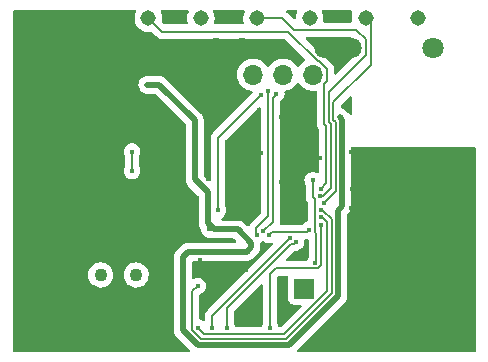
<source format=gbr>
%TF.GenerationSoftware,KiCad,Pcbnew,6.0.4-6f826c9f35~116~ubuntu18.04.1*%
%TF.CreationDate,2022-08-05T10:58:23+02:00*%
%TF.ProjectId,test,74657374-2e6b-4696-9361-645f70636258,rev?*%
%TF.SameCoordinates,Original*%
%TF.FileFunction,Copper,L2,Bot*%
%TF.FilePolarity,Positive*%
%FSLAX46Y46*%
G04 Gerber Fmt 4.6, Leading zero omitted, Abs format (unit mm)*
G04 Created by KiCad (PCBNEW 6.0.4-6f826c9f35~116~ubuntu18.04.1) date 2022-08-05 10:58:23*
%MOMM*%
%LPD*%
G01*
G04 APERTURE LIST*
%TA.AperFunction,ComponentPad*%
%ADD10C,0.400000*%
%TD*%
%TA.AperFunction,ComponentPad*%
%ADD11R,1.700000X1.700000*%
%TD*%
%TA.AperFunction,ComponentPad*%
%ADD12O,1.700000X1.700000*%
%TD*%
%TA.AperFunction,ComponentPad*%
%ADD13C,1.800000*%
%TD*%
%TA.AperFunction,ComponentPad*%
%ADD14C,1.308000*%
%TD*%
%TA.AperFunction,ComponentPad*%
%ADD15C,1.100000*%
%TD*%
%TA.AperFunction,ComponentPad*%
%ADD16C,2.850000*%
%TD*%
%TA.AperFunction,ViaPad*%
%ADD17C,0.400000*%
%TD*%
%TA.AperFunction,Conductor*%
%ADD18C,0.500000*%
%TD*%
%TA.AperFunction,Conductor*%
%ADD19C,0.200000*%
%TD*%
%TA.AperFunction,Conductor*%
%ADD20C,0.250000*%
%TD*%
G04 APERTURE END LIST*
D10*
%TO.P,,2*%
%TO.N,3V3*%
X130150000Y-97000000D03*
%TD*%
D11*
%TO.P,FIXATION_ECRAN1,1,1*%
%TO.N,GND*%
X131300000Y-83900000D03*
D12*
%TO.P,FIXATION_ECRAN1,2,2*%
%TO.N,Net-(FIXATION_ECRAN1-Pad2)*%
X133840000Y-83900000D03*
%TO.P,FIXATION_ECRAN1,3,3*%
%TO.N,Net-(FIXATION_ECRAN1-Pad3)*%
X136380000Y-83900000D03*
%TO.P,FIXATION_ECRAN1,4,4*%
%TO.N,Net-(FIXATION_ECRAN1-Pad4)*%
X138920000Y-83900000D03*
%TD*%
D10*
%TO.P,,1*%
%TO.N,GND*%
X120200000Y-94250000D03*
%TD*%
%TO.P,,1*%
%TO.N,GND*%
X130050000Y-92700000D03*
%TD*%
%TO.P,,1*%
%TO.N,GND*%
X132400000Y-95700000D03*
%TD*%
%TO.P,,1*%
%TO.N,GND*%
X121050000Y-95300000D03*
%TD*%
%TO.P,,1*%
%TO.N,GND*%
X124600000Y-89250000D03*
%TD*%
%TO.P,,1*%
%TO.N,GND*%
X122700000Y-91300000D03*
%TD*%
%TO.P,,1*%
%TO.N,GND*%
X134350000Y-86850000D03*
%TD*%
%TO.P,,1*%
%TO.N,GND*%
X133250000Y-100400000D03*
%TD*%
%TO.P,,1*%
%TO.N,GND*%
X142600000Y-92900000D03*
%TD*%
%TO.P,,1*%
%TO.N,GND*%
X137650000Y-90400000D03*
%TD*%
%TO.P,,1*%
%TO.N,GND*%
X144350000Y-97600000D03*
%TD*%
%TO.P,,1*%
%TO.N,GND*%
X144200000Y-91350000D03*
%TD*%
%TO.P,,1*%
%TO.N,GND*%
X136243811Y-92969054D03*
%TD*%
D13*
%TO.P,BUTTON3,GND1*%
%TO.N,GND*%
X130700000Y-81650000D03*
%TO.P,BUTTON3,GND2*%
X123715000Y-81650000D03*
D14*
%TO.P,BUTTON3,P$1*%
%TO.N,3V3*%
X129430000Y-79110000D03*
%TO.P,BUTTON3,P$2*%
%TO.N,PA9*%
X124985000Y-79110000D03*
%TD*%
D10*
%TO.P,,1*%
%TO.N,GND*%
X142300000Y-99050000D03*
%TD*%
%TO.P,,1*%
%TO.N,GND*%
X129350000Y-99550000D03*
%TD*%
%TO.P,,1*%
%TO.N,GND*%
X142150000Y-90450000D03*
%TD*%
%TO.P,,1*%
%TO.N,GND*%
X132350000Y-90450000D03*
%TD*%
%TO.P,,1*%
%TO.N,GND*%
X132400000Y-92850000D03*
%TD*%
%TO.P,,1*%
%TO.N,GND*%
X136500000Y-101900000D03*
%TD*%
%TO.P,,1*%
%TO.N,GND*%
X125550000Y-92800000D03*
%TD*%
%TO.P,,1*%
%TO.N,GND*%
X142100000Y-95200000D03*
%TD*%
%TO.P,,1*%
%TO.N,GND*%
X139550000Y-90950000D03*
%TD*%
%TO.P,,1*%
%TO.N,GND*%
X130300000Y-101900000D03*
%TD*%
D13*
%TO.P,BUTTON2,GND1*%
%TO.N,GND*%
X139900000Y-81650000D03*
%TO.P,BUTTON2,GND2*%
X132915000Y-81650000D03*
D14*
%TO.P,BUTTON2,P$1*%
%TO.N,3V3*%
X138630000Y-79110000D03*
%TO.P,BUTTON2,P$2*%
%TO.N,PA8*%
X134185000Y-79110000D03*
%TD*%
D10*
%TO.P,,1*%
%TO.N,GND*%
X134150000Y-88250000D03*
%TD*%
D13*
%TO.P,BUTTON1,GND1*%
%TO.N,N/C*%
X149100000Y-81650000D03*
%TO.P,BUTTON1,GND2*%
%TO.N,GND*%
X142115000Y-81650000D03*
D14*
%TO.P,BUTTON1,P$1*%
%TO.N,3V3*%
X147830000Y-79110000D03*
%TO.P,BUTTON1,P$2*%
%TO.N,PA7*%
X143385000Y-79110000D03*
%TD*%
D10*
%TO.P,,1*%
%TO.N,GND*%
X138900000Y-88300000D03*
%TD*%
%TO.P,,1*%
%TO.N,GND*%
X125100000Y-95350000D03*
%TD*%
%TO.P,,3*%
%TO.N,3V3*%
X129000000Y-91850000D03*
%TD*%
%TO.P,,1*%
%TO.N,GND*%
X123000000Y-89450000D03*
%TD*%
D15*
%TO.P,SW2,0*%
%TO.N,N/C*%
X123950000Y-100852601D03*
X120950001Y-100852601D03*
%TD*%
D10*
%TO.P,,1*%
%TO.N,3V3*%
X130150000Y-96000000D03*
%TD*%
%TO.P,,1*%
%TO.N,GND*%
X128650000Y-96800000D03*
%TD*%
%TO.P,,4*%
%TO.N,3V3*%
X141200000Y-87500000D03*
%TD*%
%TO.P,,1*%
%TO.N,GND*%
X144200000Y-92350000D03*
%TD*%
%TO.P,,1*%
%TO.N,GND*%
X145050000Y-93750000D03*
%TD*%
%TO.P,,1*%
%TO.N,GND*%
X137600000Y-95700000D03*
%TD*%
%TO.P,,1*%
%TO.N,GND*%
X134500000Y-90550000D03*
%TD*%
%TO.P,,1*%
%TO.N,GND*%
X142200000Y-93600000D03*
%TD*%
%TO.P,,1*%
%TO.N,GND*%
X136300000Y-90450000D03*
%TD*%
%TO.P,,1*%
%TO.N,GND*%
X150400000Y-99100000D03*
%TD*%
%TO.P,,1*%
%TO.N,GND*%
X136200000Y-87500000D03*
%TD*%
%TO.P,,1*%
%TO.N,GND*%
X134300000Y-92900000D03*
%TD*%
D16*
%TO.P,USB1,SHELL,SHIELD*%
%TO.N,GND*%
X115200000Y-90550000D03*
%TO.P,USB1,SHELL1,SHIELD*%
X115200000Y-95050000D03*
%TD*%
D10*
%TO.P,,1*%
%TO.N,GND*%
X132000000Y-100600000D03*
%TD*%
%TO.P,,1*%
%TO.N,GND*%
X128650000Y-96000000D03*
%TD*%
D11*
%TO.P,CONNECTEUR_NRST1,1,Pin_1*%
%TO.N,NRST*%
X138150000Y-102000000D03*
%TD*%
D10*
%TO.P,,1*%
%TO.N,GND*%
X128000000Y-91600000D03*
%TD*%
%TO.P,,1*%
%TO.N,GND*%
X138850000Y-91350000D03*
%TD*%
%TO.P,,1*%
%TO.N,GND*%
X137600000Y-86850000D03*
%TD*%
%TO.P,,1*%
%TO.N,GND*%
X137450000Y-93100000D03*
%TD*%
%TO.P,,1*%
%TO.N,GND*%
X134900000Y-98400000D03*
%TD*%
%TO.P,,1*%
%TO.N,GND*%
X123450000Y-97250000D03*
%TD*%
%TO.P,,1*%
%TO.N,GND*%
X131100000Y-86800000D03*
%TD*%
%TO.P,,1*%
%TO.N,GND*%
X148050000Y-93000000D03*
%TD*%
%TO.P,,1*%
%TO.N,GND*%
X126350000Y-86650000D03*
%TD*%
D17*
%TO.N,3V3*%
X133700000Y-98150000D03*
X124900000Y-84750000D03*
X127900000Y-99350000D03*
X128900000Y-92767500D03*
X141050000Y-95400000D03*
%TO.N,Net-(FIXATION_ECRAN1-Pad2)*%
X130876014Y-95379292D03*
X134500000Y-85600000D03*
%TO.N,Net-(FIXATION_ECRAN1-Pad3)*%
X134160298Y-97455658D03*
X135100000Y-85300000D03*
%TO.N,Net-(FIXATION_ECRAN1-Pad4)*%
X135800000Y-85500000D03*
X134686113Y-97160891D03*
%TO.N,Net-(C12-Pad1)*%
X135211298Y-97450000D03*
X138570000Y-97030000D03*
%TO.N,PA1*%
X130400000Y-105337500D03*
X137000000Y-97700000D03*
%TO.N,PA2*%
X137450500Y-98100000D03*
X131600000Y-105337500D03*
%TO.N,PA4*%
X135300000Y-105337500D03*
X139605918Y-96599473D03*
%TO.N,PA5*%
X129200000Y-105337500D03*
X139604924Y-95911527D03*
%TO.N,PA6*%
X139604924Y-95312024D03*
X129150000Y-101800000D03*
%TO.N,PA7*%
X139834246Y-94758118D03*
%TO.N,PA8*%
X139554540Y-94163937D03*
%TO.N,PA9*%
X139562625Y-93534767D03*
%TO.N,PB2*%
X139100000Y-99800011D03*
X138900000Y-92851099D03*
%TO.N,/USB_P*%
X123600000Y-92050000D03*
X123600000Y-90400000D03*
%TD*%
D18*
%TO.N,3V3*%
X128900000Y-92767500D02*
X130000000Y-93867500D01*
X130550000Y-97000000D02*
X132550000Y-97000000D01*
X127900000Y-99350000D02*
X128349511Y-98900489D01*
X133700000Y-98500000D02*
X133700000Y-98150000D01*
X141398560Y-95051440D02*
X141398560Y-87698560D01*
X141054468Y-95404468D02*
X141054468Y-102637676D01*
X130000000Y-96450000D02*
X130550000Y-97000000D01*
X141054468Y-102637676D02*
X136893104Y-106799040D01*
X127900000Y-105527138D02*
X127900000Y-99350000D01*
X124900000Y-84750000D02*
X125900000Y-84750000D01*
X136893104Y-106799040D02*
X129171902Y-106799040D01*
X141050000Y-95400000D02*
X141398560Y-95051440D01*
X130000000Y-93867500D02*
X130000000Y-96450000D01*
X128900000Y-87750000D02*
X128900000Y-92767500D01*
X141398560Y-87698560D02*
X141200000Y-87500000D01*
X132550000Y-97000000D02*
X133700000Y-98150000D01*
X133299511Y-98900489D02*
X133700000Y-98500000D01*
X129171902Y-106799040D02*
X127900000Y-105527138D01*
X128349511Y-98900489D02*
X133299511Y-98900489D01*
X141050000Y-95400000D02*
X141054468Y-95404468D01*
X125900000Y-84750000D02*
X128900000Y-87750000D01*
D19*
%TO.N,Net-(FIXATION_ECRAN1-Pad2)*%
X130876014Y-89223986D02*
X130876014Y-95379292D01*
X134500000Y-85600000D02*
X130876014Y-89223986D01*
%TO.N,Net-(FIXATION_ECRAN1-Pad3)*%
X135100000Y-85300000D02*
X135100000Y-95894728D01*
X135100000Y-95894728D02*
X134100000Y-96894728D01*
X134100000Y-97395360D02*
X134160298Y-97455658D01*
X134100000Y-96894728D02*
X134100000Y-97395360D01*
%TO.N,Net-(FIXATION_ECRAN1-Pad4)*%
X135499519Y-85900481D02*
X135499519Y-96347485D01*
X135499519Y-96347485D02*
X134686113Y-97160891D01*
X135800000Y-85600000D02*
X135499519Y-85900481D01*
X135800000Y-85500000D02*
X135800000Y-85600000D01*
%TO.N,Net-(C12-Pad1)*%
X135461298Y-97200000D02*
X138400000Y-97200000D01*
X135211298Y-97450000D02*
X135461298Y-97200000D01*
X138400000Y-97200000D02*
X138570000Y-97030000D01*
%TO.N,PA1*%
X137000000Y-97700000D02*
X130400000Y-104300000D01*
X130400000Y-104300000D02*
X130400000Y-105337500D01*
%TO.N,PA2*%
X137350989Y-98199511D02*
X137450500Y-98100000D01*
X131600000Y-103665006D02*
X137065495Y-98199511D01*
X131600000Y-105337500D02*
X131600000Y-103665006D01*
X137065495Y-98199511D02*
X137350989Y-98199511D01*
%TO.N,PA4*%
X135300000Y-105337500D02*
X135300000Y-100750000D01*
X135750489Y-100299511D02*
X139306916Y-100299511D01*
X135300000Y-100750000D02*
X135750489Y-100299511D01*
X139605918Y-100000509D02*
X139605918Y-96599473D01*
X139306916Y-100299511D02*
X139605918Y-100000509D01*
%TO.N,PA5*%
X136500000Y-105850000D02*
X140105429Y-102244571D01*
X140105429Y-102244571D02*
X140105429Y-96356521D01*
D20*
X139660435Y-95911527D02*
X139604924Y-95911527D01*
D19*
X129200000Y-105337500D02*
X129712500Y-105850000D01*
X140105429Y-96356521D02*
X139660435Y-95911527D01*
X129712500Y-105850000D02*
X136500000Y-105850000D01*
%TO.N,PA6*%
X140504949Y-96104949D02*
X139712024Y-95312024D01*
X128700489Y-102249511D02*
X128700489Y-105550489D01*
X129150000Y-101800000D02*
X128700489Y-102249511D01*
X136665486Y-106249520D02*
X140504948Y-102410058D01*
X128700489Y-105550489D02*
X129399520Y-106249520D01*
X140504948Y-102410058D02*
X140504949Y-96104949D01*
X139712024Y-95312024D02*
X139604924Y-95312024D01*
X129399520Y-106249520D02*
X136665486Y-106249520D01*
%TO.N,PA7*%
X140650481Y-86249519D02*
X143800000Y-83100000D01*
X139834246Y-94758118D02*
X140849040Y-93743324D01*
X140849040Y-93743324D02*
X140849040Y-87926178D01*
X143800000Y-79525000D02*
X143370000Y-79095000D01*
X143800000Y-83100000D02*
X143800000Y-79525000D01*
X140650481Y-87727619D02*
X140650481Y-86249519D01*
X140849040Y-87926178D02*
X140650481Y-87727619D01*
%TO.N,PA8*%
X143400000Y-82200000D02*
X143400000Y-80903634D01*
X139736063Y-94163937D02*
X140449520Y-93450480D01*
X140250961Y-87893105D02*
X140250961Y-85349039D01*
X140449520Y-93450480D02*
X140449520Y-88091664D01*
X140250961Y-85349039D02*
X143400000Y-82200000D01*
X139554540Y-94163937D02*
X139736063Y-94163937D01*
X143400000Y-80903634D02*
X142596855Y-80100489D01*
X136320661Y-79110000D02*
X134185000Y-79110000D01*
X142596855Y-80100489D02*
X137311150Y-80100489D01*
X137311150Y-80100489D02*
X136320661Y-79110000D01*
X140449520Y-88091664D02*
X140250961Y-87893105D01*
%TO.N,PA9*%
X139562625Y-93534767D02*
X140050000Y-93047392D01*
X139851442Y-84679918D02*
X140069511Y-84461849D01*
X136803634Y-80250000D02*
X126125000Y-80250000D01*
X140050000Y-88257150D02*
X139851442Y-88058592D01*
X126125000Y-80250000D02*
X124985000Y-79110000D01*
X140069511Y-84461849D02*
X140069511Y-83423856D01*
X139396144Y-82750489D02*
X139304123Y-82750489D01*
X139304123Y-82750489D02*
X136803634Y-80250000D01*
X140069511Y-83423856D02*
X139396144Y-82750489D01*
X139851442Y-88058592D02*
X139851442Y-84679918D01*
X140050000Y-93047392D02*
X140050000Y-88257150D01*
%TO.N,PB2*%
X139100000Y-99800011D02*
X139206398Y-99693613D01*
X139206398Y-97373792D02*
X139069511Y-97236905D01*
X139069511Y-94385324D02*
X138900000Y-94215813D01*
X138900000Y-94215813D02*
X138900000Y-92851099D01*
X139206398Y-99693613D02*
X139206398Y-97373792D01*
X139069511Y-97236905D02*
X139069511Y-94385324D01*
%TO.N,/USB_P*%
X123600000Y-90400000D02*
X123600000Y-92050000D01*
%TD*%
%TA.AperFunction,Conductor*%
%TO.N,GND*%
G36*
X152633598Y-90020075D02*
G01*
X152680102Y-90073721D01*
X152691500Y-90126088D01*
X152691500Y-107265500D01*
X152671498Y-107333621D01*
X152617842Y-107380114D01*
X152565500Y-107391500D01*
X137677515Y-107391500D01*
X137609394Y-107371498D01*
X137562901Y-107317842D01*
X137552797Y-107247568D01*
X137582291Y-107182988D01*
X137588420Y-107176405D01*
X141543379Y-103221446D01*
X141557791Y-103209060D01*
X141569386Y-103200527D01*
X141569391Y-103200522D01*
X141575286Y-103196184D01*
X141580025Y-103190606D01*
X141580028Y-103190603D01*
X141609503Y-103155908D01*
X141616433Y-103148392D01*
X141622128Y-103142697D01*
X141639749Y-103120425D01*
X141642540Y-103117021D01*
X141685059Y-103066973D01*
X141685060Y-103066971D01*
X141689801Y-103061391D01*
X141693129Y-103054875D01*
X141696496Y-103049826D01*
X141699663Y-103044697D01*
X141704202Y-103038960D01*
X141735123Y-102972801D01*
X141737029Y-102968901D01*
X141745424Y-102952460D01*
X141770237Y-102903868D01*
X141771976Y-102896760D01*
X141774075Y-102891117D01*
X141775992Y-102885354D01*
X141779090Y-102878726D01*
X141793955Y-102807259D01*
X141794925Y-102802975D01*
X141810941Y-102737521D01*
X141812276Y-102732066D01*
X141812968Y-102720912D01*
X141813004Y-102720914D01*
X141813243Y-102716921D01*
X141813617Y-102712729D01*
X141815108Y-102705561D01*
X141813014Y-102628155D01*
X141812968Y-102624748D01*
X141812968Y-95761903D01*
X141832970Y-95693782D01*
X141849873Y-95672808D01*
X141887471Y-95635210D01*
X141901883Y-95622824D01*
X141913478Y-95614291D01*
X141913483Y-95614286D01*
X141919378Y-95609948D01*
X141924117Y-95604370D01*
X141924120Y-95604367D01*
X141953595Y-95569672D01*
X141960525Y-95562156D01*
X141966220Y-95556461D01*
X141983841Y-95534189D01*
X141986632Y-95530785D01*
X142029151Y-95480737D01*
X142029152Y-95480735D01*
X142033893Y-95475155D01*
X142037221Y-95468639D01*
X142040588Y-95463590D01*
X142043755Y-95458461D01*
X142048294Y-95452724D01*
X142079215Y-95386565D01*
X142081121Y-95382665D01*
X142084940Y-95375186D01*
X142114329Y-95317632D01*
X142116068Y-95310524D01*
X142118167Y-95304881D01*
X142120084Y-95299118D01*
X142123182Y-95292490D01*
X142138047Y-95221023D01*
X142139017Y-95216739D01*
X142139053Y-95216591D01*
X142156368Y-95145830D01*
X142157060Y-95134676D01*
X142157096Y-95134678D01*
X142157335Y-95130685D01*
X142157709Y-95126493D01*
X142159200Y-95119325D01*
X142157106Y-95041919D01*
X142157060Y-95038512D01*
X142157060Y-90128296D01*
X142177062Y-90060175D01*
X142230718Y-90013682D01*
X142283033Y-90002296D01*
X152565473Y-90000088D01*
X152633598Y-90020075D01*
G37*
%TD.AperFunction*%
%TA.AperFunction,Conductor*%
G36*
X123899861Y-78428502D02*
G01*
X123946354Y-78482158D01*
X123956458Y-78552432D01*
X123943248Y-78593167D01*
X123906389Y-78663225D01*
X123904675Y-78668746D01*
X123904673Y-78668750D01*
X123890696Y-78713766D01*
X123843032Y-78867267D01*
X123817920Y-79079439D01*
X123831894Y-79292634D01*
X123884485Y-79499713D01*
X123973933Y-79693740D01*
X124097241Y-79868218D01*
X124250281Y-80017302D01*
X124427927Y-80136001D01*
X124433230Y-80138279D01*
X124433233Y-80138281D01*
X124522298Y-80176546D01*
X124624229Y-80220339D01*
X124711630Y-80240116D01*
X124826977Y-80266217D01*
X124826980Y-80266217D01*
X124832613Y-80267492D01*
X124838384Y-80267719D01*
X124838386Y-80267719D01*
X124903363Y-80270272D01*
X125046101Y-80275880D01*
X125196893Y-80254016D01*
X125267179Y-80264036D01*
X125304068Y-80289617D01*
X125660685Y-80646234D01*
X125671552Y-80658625D01*
X125691013Y-80683987D01*
X125722925Y-80708474D01*
X125722928Y-80708477D01*
X125770243Y-80744783D01*
X125818125Y-80781524D01*
X125966150Y-80842838D01*
X126085115Y-80858500D01*
X126085120Y-80858500D01*
X126085129Y-80858501D01*
X126093310Y-80859578D01*
X126109976Y-80861772D01*
X126116812Y-80862672D01*
X126125000Y-80863750D01*
X126156693Y-80859578D01*
X126173136Y-80858500D01*
X136499395Y-80858500D01*
X136567516Y-80878502D01*
X136588490Y-80895405D01*
X138233869Y-82540784D01*
X138267895Y-82603096D01*
X138262830Y-82673911D01*
X138220283Y-82730747D01*
X138202957Y-82741640D01*
X138193607Y-82746507D01*
X138189474Y-82749610D01*
X138189471Y-82749612D01*
X138019100Y-82877530D01*
X138014965Y-82880635D01*
X138011393Y-82884373D01*
X137880083Y-83021781D01*
X137860629Y-83042138D01*
X137753201Y-83199621D01*
X137698293Y-83244621D01*
X137627768Y-83252792D01*
X137564021Y-83221538D01*
X137543324Y-83197054D01*
X137462822Y-83072617D01*
X137462820Y-83072614D01*
X137460014Y-83068277D01*
X137309670Y-82903051D01*
X137305619Y-82899852D01*
X137305615Y-82899848D01*
X137138414Y-82767800D01*
X137138410Y-82767798D01*
X137134359Y-82764598D01*
X136938789Y-82656638D01*
X136933920Y-82654914D01*
X136933916Y-82654912D01*
X136733087Y-82583795D01*
X136733083Y-82583794D01*
X136728212Y-82582069D01*
X136723119Y-82581162D01*
X136723116Y-82581161D01*
X136513373Y-82543800D01*
X136513367Y-82543799D01*
X136508284Y-82542894D01*
X136434452Y-82541992D01*
X136290081Y-82540228D01*
X136290079Y-82540228D01*
X136284911Y-82540165D01*
X136064091Y-82573955D01*
X135851756Y-82643357D01*
X135821443Y-82659137D01*
X135683882Y-82730747D01*
X135653607Y-82746507D01*
X135649474Y-82749610D01*
X135649471Y-82749612D01*
X135479100Y-82877530D01*
X135474965Y-82880635D01*
X135471393Y-82884373D01*
X135340083Y-83021781D01*
X135320629Y-83042138D01*
X135213201Y-83199621D01*
X135158293Y-83244621D01*
X135087768Y-83252792D01*
X135024021Y-83221538D01*
X135003324Y-83197054D01*
X134922822Y-83072617D01*
X134922820Y-83072614D01*
X134920014Y-83068277D01*
X134769670Y-82903051D01*
X134765619Y-82899852D01*
X134765615Y-82899848D01*
X134598414Y-82767800D01*
X134598410Y-82767798D01*
X134594359Y-82764598D01*
X134398789Y-82656638D01*
X134393920Y-82654914D01*
X134393916Y-82654912D01*
X134193087Y-82583795D01*
X134193083Y-82583794D01*
X134188212Y-82582069D01*
X134183119Y-82581162D01*
X134183116Y-82581161D01*
X133973373Y-82543800D01*
X133973367Y-82543799D01*
X133968284Y-82542894D01*
X133894452Y-82541992D01*
X133750081Y-82540228D01*
X133750079Y-82540228D01*
X133744911Y-82540165D01*
X133524091Y-82573955D01*
X133311756Y-82643357D01*
X133281443Y-82659137D01*
X133143882Y-82730747D01*
X133113607Y-82746507D01*
X133109474Y-82749610D01*
X133109471Y-82749612D01*
X132939100Y-82877530D01*
X132934965Y-82880635D01*
X132931393Y-82884373D01*
X132800083Y-83021781D01*
X132780629Y-83042138D01*
X132777720Y-83046403D01*
X132777714Y-83046411D01*
X132692556Y-83171249D01*
X132654743Y-83226680D01*
X132639810Y-83258850D01*
X132567019Y-83415667D01*
X132560688Y-83429305D01*
X132500989Y-83644570D01*
X132477251Y-83866695D01*
X132477548Y-83871848D01*
X132477548Y-83871851D01*
X132486727Y-84031047D01*
X132490110Y-84089715D01*
X132491247Y-84094761D01*
X132491248Y-84094767D01*
X132507013Y-84164719D01*
X132539222Y-84307639D01*
X132623266Y-84514616D01*
X132674495Y-84598215D01*
X132737291Y-84700688D01*
X132739987Y-84705088D01*
X132886250Y-84873938D01*
X133058126Y-85016632D01*
X133251000Y-85129338D01*
X133255825Y-85131180D01*
X133255826Y-85131181D01*
X133328612Y-85158975D01*
X133459692Y-85209030D01*
X133464760Y-85210061D01*
X133464763Y-85210062D01*
X133572017Y-85231883D01*
X133678597Y-85253567D01*
X133683771Y-85253757D01*
X133683773Y-85253757D01*
X133686123Y-85253843D01*
X133687027Y-85254145D01*
X133688899Y-85254368D01*
X133688853Y-85254755D01*
X133753464Y-85276329D01*
X133797959Y-85331653D01*
X133805479Y-85402250D01*
X133770598Y-85468853D01*
X130479780Y-88759671D01*
X130467389Y-88770538D01*
X130442027Y-88789999D01*
X130417540Y-88821911D01*
X130417537Y-88821914D01*
X130344490Y-88917110D01*
X130344490Y-88917111D01*
X130283176Y-89065136D01*
X130267514Y-89184101D01*
X130267514Y-89184106D01*
X130262264Y-89223986D01*
X130263342Y-89232174D01*
X130266436Y-89255676D01*
X130267514Y-89272122D01*
X130267514Y-92758143D01*
X130247512Y-92826264D01*
X130193856Y-92872757D01*
X130123582Y-92882861D01*
X130059002Y-92853367D01*
X130052419Y-92847238D01*
X129695405Y-92490224D01*
X129661379Y-92427912D01*
X129658500Y-92401129D01*
X129658500Y-92135929D01*
X129667592Y-92088933D01*
X129683212Y-92050076D01*
X129689385Y-92034720D01*
X129713547Y-91864947D01*
X129713704Y-91850000D01*
X129698752Y-91726446D01*
X129694015Y-91687299D01*
X129694014Y-91687296D01*
X129693102Y-91679758D01*
X129666634Y-91609712D01*
X129658500Y-91565174D01*
X129658500Y-87817070D01*
X129659933Y-87798120D01*
X129662099Y-87783885D01*
X129662099Y-87783881D01*
X129663199Y-87776651D01*
X129661528Y-87756099D01*
X129658915Y-87723982D01*
X129658500Y-87713767D01*
X129658500Y-87705707D01*
X129655209Y-87677480D01*
X129654778Y-87673121D01*
X129649454Y-87607662D01*
X129649453Y-87607659D01*
X129648860Y-87600364D01*
X129646604Y-87593400D01*
X129645417Y-87587461D01*
X129644030Y-87581590D01*
X129643182Y-87574319D01*
X129640686Y-87567443D01*
X129640684Y-87567434D01*
X129618275Y-87505702D01*
X129616865Y-87501598D01*
X129594352Y-87432101D01*
X129590556Y-87425846D01*
X129588057Y-87420387D01*
X129585329Y-87414939D01*
X129582833Y-87408063D01*
X129542805Y-87347010D01*
X129540481Y-87343327D01*
X129505504Y-87285686D01*
X129505501Y-87285682D01*
X129502595Y-87280893D01*
X129498886Y-87276694D01*
X129498883Y-87276689D01*
X129495197Y-87272516D01*
X129495224Y-87272492D01*
X129492571Y-87269500D01*
X129489868Y-87266267D01*
X129485856Y-87260148D01*
X129429617Y-87206872D01*
X129427175Y-87204494D01*
X126483770Y-84261089D01*
X126471384Y-84246677D01*
X126462851Y-84235082D01*
X126462846Y-84235077D01*
X126458508Y-84229182D01*
X126452930Y-84224443D01*
X126452927Y-84224440D01*
X126418232Y-84194965D01*
X126410716Y-84188035D01*
X126405021Y-84182340D01*
X126388736Y-84169456D01*
X126382749Y-84164719D01*
X126379345Y-84161928D01*
X126329297Y-84119409D01*
X126329295Y-84119408D01*
X126323715Y-84114667D01*
X126317199Y-84111339D01*
X126312150Y-84107972D01*
X126307021Y-84104805D01*
X126301284Y-84100266D01*
X126235125Y-84069345D01*
X126231225Y-84067439D01*
X126166192Y-84034231D01*
X126159084Y-84032492D01*
X126153441Y-84030393D01*
X126147678Y-84028476D01*
X126141050Y-84025378D01*
X126069583Y-84010513D01*
X126065299Y-84009543D01*
X126050697Y-84005970D01*
X125994390Y-83992192D01*
X125988788Y-83991844D01*
X125988785Y-83991844D01*
X125983236Y-83991500D01*
X125983238Y-83991464D01*
X125979245Y-83991225D01*
X125975053Y-83990851D01*
X125967885Y-83989360D01*
X125901675Y-83991151D01*
X125890479Y-83991454D01*
X125887072Y-83991500D01*
X124855707Y-83991500D01*
X124785964Y-83999631D01*
X124731589Y-84005970D01*
X124731585Y-84005971D01*
X124724319Y-84006818D01*
X124717444Y-84009313D01*
X124717442Y-84009314D01*
X124573840Y-84061440D01*
X124558063Y-84067167D01*
X124551946Y-84071178D01*
X124551943Y-84071179D01*
X124494902Y-84108577D01*
X124410148Y-84164144D01*
X124288510Y-84292547D01*
X124199674Y-84445490D01*
X124197553Y-84452494D01*
X124197551Y-84452498D01*
X124178738Y-84514616D01*
X124148405Y-84614767D01*
X124137453Y-84791298D01*
X124138693Y-84798514D01*
X124138693Y-84798516D01*
X124162580Y-84937529D01*
X124167406Y-84965614D01*
X124236657Y-85128364D01*
X124240990Y-85134252D01*
X124240993Y-85134257D01*
X124267784Y-85170661D01*
X124341492Y-85270818D01*
X124347070Y-85275557D01*
X124347073Y-85275560D01*
X124470706Y-85380594D01*
X124470710Y-85380597D01*
X124476285Y-85385333D01*
X124509415Y-85402250D01*
X124627292Y-85462442D01*
X124627294Y-85462443D01*
X124633808Y-85465769D01*
X124640913Y-85467508D01*
X124640917Y-85467509D01*
X124723238Y-85487652D01*
X124805610Y-85507808D01*
X124811212Y-85508156D01*
X124811215Y-85508156D01*
X124814825Y-85508380D01*
X124814835Y-85508380D01*
X124816764Y-85508500D01*
X125533629Y-85508500D01*
X125601750Y-85528502D01*
X125622724Y-85545405D01*
X128104595Y-88027276D01*
X128138621Y-88089588D01*
X128141500Y-88116371D01*
X128141500Y-92700430D01*
X128140067Y-92719380D01*
X128136801Y-92740849D01*
X128137394Y-92748141D01*
X128137394Y-92748144D01*
X128141085Y-92793518D01*
X128141500Y-92803733D01*
X128141500Y-92811793D01*
X128141925Y-92815437D01*
X128144789Y-92840007D01*
X128145222Y-92844382D01*
X128151140Y-92917137D01*
X128153396Y-92924101D01*
X128154587Y-92930060D01*
X128155971Y-92935915D01*
X128156818Y-92943181D01*
X128181735Y-93011827D01*
X128183152Y-93015955D01*
X128198177Y-93062333D01*
X128205649Y-93085399D01*
X128209445Y-93091654D01*
X128211951Y-93097128D01*
X128214670Y-93102558D01*
X128217167Y-93109437D01*
X128221180Y-93115557D01*
X128221180Y-93115558D01*
X128257186Y-93170476D01*
X128259523Y-93174180D01*
X128297405Y-93236607D01*
X128301121Y-93240815D01*
X128301122Y-93240816D01*
X128304803Y-93244984D01*
X128304776Y-93245008D01*
X128307429Y-93248000D01*
X128310132Y-93251233D01*
X128314144Y-93257352D01*
X128319456Y-93262384D01*
X128370383Y-93310628D01*
X128372825Y-93313006D01*
X129204595Y-94144776D01*
X129238621Y-94207088D01*
X129241500Y-94233871D01*
X129241500Y-96382930D01*
X129240067Y-96401880D01*
X129238114Y-96414719D01*
X129236801Y-96423349D01*
X129237394Y-96430641D01*
X129237394Y-96430644D01*
X129241085Y-96476018D01*
X129241500Y-96486233D01*
X129241500Y-96494293D01*
X129241925Y-96497937D01*
X129244789Y-96522507D01*
X129245222Y-96526882D01*
X129251140Y-96599637D01*
X129253396Y-96606601D01*
X129254587Y-96612560D01*
X129255971Y-96618415D01*
X129256818Y-96625681D01*
X129281735Y-96694327D01*
X129283152Y-96698455D01*
X129295276Y-96735878D01*
X129305649Y-96767899D01*
X129309445Y-96774154D01*
X129311951Y-96779628D01*
X129314670Y-96785058D01*
X129317167Y-96791937D01*
X129321180Y-96798057D01*
X129321180Y-96798058D01*
X129357186Y-96852976D01*
X129359523Y-96856680D01*
X129397405Y-96919107D01*
X129401121Y-96923315D01*
X129401122Y-96923316D01*
X129404803Y-96927484D01*
X129404777Y-96927507D01*
X129407418Y-96930486D01*
X129408430Y-96931696D01*
X129437017Y-96998705D01*
X129455153Y-97162975D01*
X129514085Y-97324015D01*
X129609730Y-97466349D01*
X129736565Y-97581760D01*
X129887268Y-97663585D01*
X130053139Y-97707101D01*
X130142378Y-97708503D01*
X130217004Y-97709675D01*
X130217007Y-97709675D01*
X130224602Y-97709794D01*
X130229931Y-97708573D01*
X130282797Y-97715253D01*
X130283808Y-97715769D01*
X130290917Y-97717508D01*
X130296544Y-97719601D01*
X130302322Y-97721523D01*
X130308950Y-97724621D01*
X130316110Y-97726110D01*
X130316112Y-97726111D01*
X130380396Y-97739482D01*
X130384680Y-97740452D01*
X130455610Y-97757808D01*
X130461212Y-97758156D01*
X130461215Y-97758156D01*
X130466764Y-97758500D01*
X130466762Y-97758536D01*
X130470752Y-97758775D01*
X130474950Y-97759150D01*
X130482115Y-97760640D01*
X130559520Y-97758546D01*
X130562928Y-97758500D01*
X132183629Y-97758500D01*
X132251750Y-97778502D01*
X132272724Y-97795405D01*
X132404213Y-97926894D01*
X132438239Y-97989206D01*
X132433174Y-98060021D01*
X132390627Y-98116857D01*
X132324107Y-98141668D01*
X132315118Y-98141989D01*
X128416581Y-98141989D01*
X128397631Y-98140556D01*
X128383396Y-98138390D01*
X128383392Y-98138390D01*
X128376162Y-98137290D01*
X128368870Y-98137883D01*
X128368867Y-98137883D01*
X128323493Y-98141574D01*
X128313278Y-98141989D01*
X128305218Y-98141989D01*
X128301584Y-98142413D01*
X128301578Y-98142413D01*
X128288553Y-98143932D01*
X128276991Y-98145280D01*
X128272643Y-98145710D01*
X128250570Y-98147505D01*
X128207173Y-98151035D01*
X128207170Y-98151036D01*
X128199875Y-98151629D01*
X128192911Y-98153885D01*
X128186972Y-98155072D01*
X128181101Y-98156459D01*
X128173830Y-98157307D01*
X128166954Y-98159803D01*
X128166945Y-98159805D01*
X128105213Y-98182214D01*
X128101109Y-98183624D01*
X128031612Y-98206137D01*
X128025357Y-98209933D01*
X128019898Y-98212432D01*
X128014450Y-98215160D01*
X128007574Y-98217656D01*
X127946521Y-98257684D01*
X127942848Y-98260002D01*
X127880404Y-98297894D01*
X127872028Y-98305291D01*
X127872004Y-98305264D01*
X127869010Y-98307919D01*
X127865779Y-98310621D01*
X127859659Y-98314633D01*
X127854627Y-98319945D01*
X127806383Y-98370872D01*
X127804005Y-98373314D01*
X127411089Y-98766230D01*
X127396677Y-98778616D01*
X127385082Y-98787149D01*
X127385077Y-98787154D01*
X127379182Y-98791492D01*
X127374443Y-98797070D01*
X127374440Y-98797073D01*
X127344965Y-98831768D01*
X127338035Y-98839284D01*
X127332340Y-98844979D01*
X127330060Y-98847861D01*
X127314719Y-98867251D01*
X127311928Y-98870655D01*
X127269409Y-98920703D01*
X127264667Y-98926285D01*
X127261339Y-98932801D01*
X127257972Y-98937850D01*
X127254805Y-98942979D01*
X127250266Y-98948716D01*
X127219345Y-99014875D01*
X127217442Y-99018769D01*
X127184231Y-99083808D01*
X127182492Y-99090916D01*
X127180393Y-99096559D01*
X127178476Y-99102322D01*
X127175378Y-99108950D01*
X127173888Y-99116112D01*
X127173888Y-99116113D01*
X127160514Y-99180412D01*
X127159544Y-99184696D01*
X127142192Y-99255610D01*
X127141500Y-99266764D01*
X127141464Y-99266762D01*
X127141225Y-99270755D01*
X127140851Y-99274947D01*
X127139360Y-99282115D01*
X127139558Y-99289432D01*
X127141454Y-99359521D01*
X127141500Y-99362928D01*
X127141500Y-105460068D01*
X127140067Y-105479018D01*
X127136801Y-105500487D01*
X127137394Y-105507779D01*
X127137394Y-105507782D01*
X127141085Y-105553156D01*
X127141500Y-105563371D01*
X127141500Y-105571431D01*
X127141925Y-105575075D01*
X127144789Y-105599645D01*
X127145222Y-105604020D01*
X127151140Y-105676775D01*
X127153396Y-105683739D01*
X127154587Y-105689698D01*
X127155971Y-105695553D01*
X127156818Y-105702819D01*
X127181735Y-105771465D01*
X127183152Y-105775593D01*
X127205649Y-105845037D01*
X127209445Y-105851292D01*
X127211951Y-105856766D01*
X127214670Y-105862196D01*
X127217167Y-105869075D01*
X127221180Y-105875195D01*
X127221180Y-105875196D01*
X127257186Y-105930114D01*
X127259523Y-105933818D01*
X127297405Y-105996245D01*
X127301121Y-106000453D01*
X127301122Y-106000454D01*
X127304803Y-106004622D01*
X127304776Y-106004646D01*
X127307429Y-106007638D01*
X127310132Y-106010871D01*
X127314144Y-106016990D01*
X127319456Y-106022022D01*
X127370383Y-106070266D01*
X127372825Y-106072644D01*
X128476586Y-107176405D01*
X128510612Y-107238717D01*
X128505547Y-107309532D01*
X128463000Y-107366368D01*
X128396480Y-107391179D01*
X128387491Y-107391500D01*
X113630820Y-107391500D01*
X113562699Y-107371498D01*
X113516206Y-107317842D01*
X113504820Y-107265500D01*
X113504820Y-100837751D01*
X119886483Y-100837751D01*
X119886999Y-100843895D01*
X119898942Y-100986118D01*
X119903853Y-101044605D01*
X119961070Y-101244146D01*
X119963888Y-101249628D01*
X119963889Y-101249632D01*
X120053136Y-101423287D01*
X120055956Y-101428774D01*
X120059787Y-101433608D01*
X120059788Y-101433609D01*
X120080982Y-101460349D01*
X120184895Y-101591455D01*
X120189582Y-101595444D01*
X120189585Y-101595447D01*
X120268650Y-101662736D01*
X120342977Y-101725993D01*
X120524181Y-101827265D01*
X120721604Y-101891411D01*
X120927726Y-101915990D01*
X120933861Y-101915518D01*
X120933863Y-101915518D01*
X121128556Y-101900537D01*
X121128561Y-101900536D01*
X121134697Y-101900064D01*
X121140627Y-101898408D01*
X121140629Y-101898408D01*
X121234665Y-101872152D01*
X121334633Y-101844241D01*
X121374191Y-101824259D01*
X121514417Y-101753426D01*
X121514419Y-101753425D01*
X121519918Y-101750647D01*
X121683496Y-101622846D01*
X121819134Y-101465707D01*
X121921668Y-101285215D01*
X121987191Y-101088245D01*
X122013208Y-100882299D01*
X122013623Y-100852601D01*
X122012167Y-100837751D01*
X122886482Y-100837751D01*
X122886998Y-100843895D01*
X122898941Y-100986118D01*
X122903852Y-101044605D01*
X122961069Y-101244146D01*
X122963887Y-101249628D01*
X122963888Y-101249632D01*
X123053135Y-101423287D01*
X123055955Y-101428774D01*
X123059786Y-101433608D01*
X123059787Y-101433609D01*
X123080981Y-101460349D01*
X123184894Y-101591455D01*
X123189581Y-101595444D01*
X123189584Y-101595447D01*
X123268649Y-101662736D01*
X123342976Y-101725993D01*
X123524180Y-101827265D01*
X123721603Y-101891411D01*
X123927725Y-101915990D01*
X123933860Y-101915518D01*
X123933862Y-101915518D01*
X124128555Y-101900537D01*
X124128560Y-101900536D01*
X124134696Y-101900064D01*
X124140626Y-101898408D01*
X124140628Y-101898408D01*
X124234664Y-101872152D01*
X124334632Y-101844241D01*
X124374190Y-101824259D01*
X124514416Y-101753426D01*
X124514418Y-101753425D01*
X124519917Y-101750647D01*
X124683495Y-101622846D01*
X124819133Y-101465707D01*
X124921667Y-101285215D01*
X124987190Y-101088245D01*
X125013207Y-100882299D01*
X125013622Y-100852601D01*
X124993365Y-100646009D01*
X124933368Y-100447286D01*
X124835913Y-100264002D01*
X124787083Y-100204130D01*
X124708610Y-100107912D01*
X124708607Y-100107909D01*
X124704715Y-100103137D01*
X124697770Y-100097391D01*
X124549518Y-99974746D01*
X124549519Y-99974746D01*
X124544770Y-99970818D01*
X124539353Y-99967889D01*
X124539350Y-99967887D01*
X124367590Y-99875017D01*
X124367585Y-99875015D01*
X124362170Y-99872087D01*
X124163871Y-99810703D01*
X124157746Y-99810059D01*
X124157745Y-99810059D01*
X123963554Y-99789649D01*
X123963552Y-99789649D01*
X123957425Y-99789005D01*
X123871515Y-99796824D01*
X123756836Y-99807260D01*
X123756833Y-99807261D01*
X123750697Y-99807819D01*
X123744791Y-99809557D01*
X123744787Y-99809558D01*
X123596932Y-99853074D01*
X123551560Y-99866428D01*
X123367600Y-99962600D01*
X123205823Y-100092672D01*
X123201865Y-100097389D01*
X123201863Y-100097391D01*
X123197042Y-100103137D01*
X123072391Y-100251690D01*
X123069427Y-100257082D01*
X123069424Y-100257086D01*
X123065622Y-100264002D01*
X122972387Y-100433596D01*
X122909621Y-100631462D01*
X122908935Y-100637579D01*
X122908934Y-100637583D01*
X122907989Y-100646009D01*
X122886482Y-100837751D01*
X122012167Y-100837751D01*
X121993366Y-100646009D01*
X121933369Y-100447286D01*
X121835914Y-100264002D01*
X121787084Y-100204130D01*
X121708611Y-100107912D01*
X121708608Y-100107909D01*
X121704716Y-100103137D01*
X121697771Y-100097391D01*
X121549519Y-99974746D01*
X121549520Y-99974746D01*
X121544771Y-99970818D01*
X121539354Y-99967889D01*
X121539351Y-99967887D01*
X121367591Y-99875017D01*
X121367586Y-99875015D01*
X121362171Y-99872087D01*
X121163872Y-99810703D01*
X121157747Y-99810059D01*
X121157746Y-99810059D01*
X120963555Y-99789649D01*
X120963553Y-99789649D01*
X120957426Y-99789005D01*
X120871516Y-99796824D01*
X120756837Y-99807260D01*
X120756834Y-99807261D01*
X120750698Y-99807819D01*
X120744792Y-99809557D01*
X120744788Y-99809558D01*
X120596933Y-99853074D01*
X120551561Y-99866428D01*
X120367601Y-99962600D01*
X120205824Y-100092672D01*
X120201866Y-100097389D01*
X120201864Y-100097391D01*
X120197043Y-100103137D01*
X120072392Y-100251690D01*
X120069428Y-100257082D01*
X120069425Y-100257086D01*
X120065623Y-100264002D01*
X119972388Y-100433596D01*
X119909622Y-100631462D01*
X119908936Y-100637579D01*
X119908935Y-100637583D01*
X119907990Y-100646009D01*
X119886483Y-100837751D01*
X113504820Y-100837751D01*
X113504820Y-92042526D01*
X122886335Y-92042526D01*
X122895639Y-92126801D01*
X122902435Y-92188353D01*
X122905153Y-92212975D01*
X122907762Y-92220106D01*
X122907763Y-92220108D01*
X122915688Y-92241764D01*
X122964085Y-92374015D01*
X123059730Y-92516349D01*
X123186565Y-92631760D01*
X123337268Y-92713585D01*
X123503139Y-92757101D01*
X123590586Y-92758474D01*
X123667003Y-92759675D01*
X123667006Y-92759675D01*
X123674602Y-92759794D01*
X123682006Y-92758098D01*
X123682008Y-92758098D01*
X123757320Y-92740849D01*
X123841759Y-92721510D01*
X123994958Y-92644459D01*
X124000729Y-92639530D01*
X124000732Y-92639528D01*
X124119578Y-92538023D01*
X124125355Y-92533089D01*
X124225424Y-92393830D01*
X124289385Y-92234720D01*
X124302441Y-92142983D01*
X124312966Y-92069031D01*
X124312966Y-92069027D01*
X124313547Y-92064947D01*
X124313704Y-92050000D01*
X124293102Y-91879758D01*
X124287506Y-91864947D01*
X124269789Y-91818060D01*
X124232487Y-91719344D01*
X124228187Y-91713087D01*
X124224665Y-91706350D01*
X124227063Y-91705096D01*
X124208500Y-91645318D01*
X124208500Y-90805072D01*
X124223558Y-90746427D01*
X124225424Y-90743830D01*
X124289385Y-90584720D01*
X124313547Y-90414947D01*
X124313704Y-90400000D01*
X124293102Y-90229758D01*
X124232487Y-90069344D01*
X124135357Y-89928019D01*
X124129686Y-89922966D01*
X124012993Y-89818996D01*
X124012990Y-89818994D01*
X124007321Y-89813943D01*
X123999325Y-89809709D01*
X123862481Y-89737254D01*
X123862482Y-89737254D01*
X123855769Y-89733700D01*
X123838196Y-89729286D01*
X123696822Y-89693775D01*
X123696818Y-89693775D01*
X123689451Y-89691924D01*
X123681852Y-89691884D01*
X123681850Y-89691884D01*
X123610394Y-89691510D01*
X123517969Y-89691026D01*
X123510589Y-89692798D01*
X123510587Y-89692798D01*
X123358602Y-89729286D01*
X123358598Y-89729287D01*
X123351223Y-89731058D01*
X123198839Y-89809709D01*
X123069615Y-89922439D01*
X122971010Y-90062739D01*
X122908718Y-90222509D01*
X122886335Y-90392526D01*
X122905153Y-90562975D01*
X122907762Y-90570106D01*
X122907763Y-90570108D01*
X122913111Y-90584720D01*
X122964085Y-90724015D01*
X122968320Y-90730318D01*
X122968325Y-90730327D01*
X122970083Y-90732943D01*
X122970716Y-90735018D01*
X122971771Y-90737090D01*
X122971404Y-90737277D01*
X122991500Y-90803216D01*
X122991500Y-91644808D01*
X122976543Y-91704351D01*
X122975377Y-91706525D01*
X122971010Y-91712739D01*
X122968252Y-91719814D01*
X122913275Y-91860822D01*
X122908718Y-91872509D01*
X122907726Y-91880042D01*
X122907726Y-91880043D01*
X122887363Y-92034720D01*
X122886335Y-92042526D01*
X113504820Y-92042526D01*
X113504820Y-78534500D01*
X113524822Y-78466379D01*
X113578478Y-78419886D01*
X113630820Y-78408500D01*
X123831740Y-78408500D01*
X123899861Y-78428502D01*
G37*
%TD.AperFunction*%
%TA.AperFunction,Conductor*%
G36*
X136740251Y-100928013D02*
G01*
X136786744Y-100981669D01*
X136797393Y-101047619D01*
X136791500Y-101101866D01*
X136791500Y-102898134D01*
X136798255Y-102960316D01*
X136849385Y-103096705D01*
X136936739Y-103213261D01*
X137053295Y-103300615D01*
X137189684Y-103351745D01*
X137251866Y-103358500D01*
X137826761Y-103358500D01*
X137894882Y-103378502D01*
X137941375Y-103432158D01*
X137951479Y-103502432D01*
X137921985Y-103567012D01*
X137915856Y-103573595D01*
X136284856Y-105204595D01*
X136222544Y-105238621D01*
X136195761Y-105241500D01*
X136108240Y-105241500D01*
X136040119Y-105221498D01*
X135993626Y-105167842D01*
X135990374Y-105160038D01*
X135935171Y-105013946D01*
X135935170Y-105013943D01*
X135932487Y-105006844D01*
X135928188Y-105000589D01*
X135924665Y-104993850D01*
X135927063Y-104992596D01*
X135908500Y-104932818D01*
X135908500Y-101054239D01*
X135928502Y-100986118D01*
X135945405Y-100965144D01*
X135965633Y-100944916D01*
X136027945Y-100910890D01*
X136054728Y-100908011D01*
X136672130Y-100908011D01*
X136740251Y-100928013D01*
G37*
%TD.AperFunction*%
%TA.AperFunction,Conductor*%
G36*
X134741328Y-97988064D02*
G01*
X134772968Y-98009108D01*
X134792242Y-98026646D01*
X134792246Y-98026649D01*
X134797863Y-98031760D01*
X134948566Y-98113585D01*
X135114437Y-98157101D01*
X135201884Y-98158474D01*
X135278301Y-98159675D01*
X135278304Y-98159675D01*
X135285900Y-98159794D01*
X135369714Y-98140598D01*
X135440580Y-98144887D01*
X135497878Y-98186809D01*
X135523416Y-98253054D01*
X135509085Y-98322589D01*
X135486938Y-98352513D01*
X130003766Y-103835685D01*
X129991375Y-103846552D01*
X129966013Y-103866013D01*
X129941526Y-103897925D01*
X129941523Y-103897928D01*
X129868476Y-103993124D01*
X129868476Y-103993125D01*
X129807162Y-104141150D01*
X129791500Y-104260115D01*
X129791500Y-104260120D01*
X129786250Y-104300000D01*
X129787328Y-104308188D01*
X129790422Y-104331690D01*
X129791500Y-104348136D01*
X129791500Y-104639676D01*
X129771498Y-104707797D01*
X129717842Y-104754290D01*
X129647568Y-104764394D01*
X129606541Y-104751030D01*
X129462481Y-104674754D01*
X129462482Y-104674754D01*
X129455769Y-104671200D01*
X129404294Y-104658271D01*
X129343099Y-104622277D01*
X129311077Y-104558912D01*
X129308989Y-104536067D01*
X129308989Y-102588893D01*
X129328991Y-102520772D01*
X129382647Y-102474279D01*
X129386470Y-102472721D01*
X129391759Y-102471510D01*
X129544958Y-102394459D01*
X129550729Y-102389530D01*
X129550732Y-102389528D01*
X129669578Y-102288023D01*
X129675355Y-102283089D01*
X129775424Y-102143830D01*
X129839385Y-101984720D01*
X129863547Y-101814947D01*
X129863704Y-101800000D01*
X129858068Y-101753426D01*
X129844015Y-101637299D01*
X129844014Y-101637296D01*
X129843102Y-101629758D01*
X129839487Y-101620189D01*
X129785171Y-101476447D01*
X129782487Y-101469344D01*
X129685357Y-101328019D01*
X129679686Y-101322966D01*
X129562993Y-101218996D01*
X129562990Y-101218994D01*
X129557321Y-101213943D01*
X129549325Y-101209709D01*
X129483665Y-101174944D01*
X129405769Y-101133700D01*
X129388196Y-101129286D01*
X129246822Y-101093775D01*
X129246818Y-101093775D01*
X129239451Y-101091924D01*
X129231852Y-101091884D01*
X129231850Y-101091884D01*
X129160394Y-101091510D01*
X129067969Y-101091026D01*
X129060589Y-101092798D01*
X129060587Y-101092798D01*
X128908602Y-101129286D01*
X128908598Y-101129287D01*
X128901223Y-101131058D01*
X128894481Y-101134538D01*
X128894475Y-101134540D01*
X128842289Y-101161475D01*
X128772582Y-101174944D01*
X128706658Y-101148588D01*
X128665449Y-101090775D01*
X128658500Y-101049509D01*
X128658500Y-99784989D01*
X128678502Y-99716868D01*
X128732158Y-99670375D01*
X128784500Y-99658989D01*
X133232441Y-99658989D01*
X133251391Y-99660422D01*
X133265626Y-99662588D01*
X133265630Y-99662588D01*
X133272860Y-99663688D01*
X133280152Y-99663095D01*
X133280155Y-99663095D01*
X133325529Y-99659404D01*
X133335744Y-99658989D01*
X133343804Y-99658989D01*
X133357094Y-99657440D01*
X133372018Y-99655700D01*
X133376393Y-99655267D01*
X133441850Y-99649943D01*
X133441853Y-99649942D01*
X133449148Y-99649349D01*
X133456112Y-99647093D01*
X133462071Y-99645902D01*
X133467926Y-99644518D01*
X133475192Y-99643671D01*
X133543838Y-99618754D01*
X133547966Y-99617337D01*
X133610447Y-99597096D01*
X133610449Y-99597095D01*
X133617410Y-99594840D01*
X133623665Y-99591044D01*
X133629139Y-99588538D01*
X133634569Y-99585819D01*
X133641448Y-99583322D01*
X133647569Y-99579309D01*
X133702487Y-99543303D01*
X133706191Y-99540966D01*
X133768618Y-99503084D01*
X133776995Y-99495686D01*
X133777019Y-99495713D01*
X133780011Y-99493060D01*
X133783244Y-99490357D01*
X133789363Y-99486345D01*
X133842639Y-99430106D01*
X133845017Y-99427664D01*
X134188911Y-99083770D01*
X134203323Y-99071384D01*
X134214918Y-99062851D01*
X134214923Y-99062846D01*
X134220818Y-99058508D01*
X134225557Y-99052930D01*
X134225560Y-99052927D01*
X134255035Y-99018232D01*
X134261965Y-99010716D01*
X134267660Y-99005021D01*
X134285281Y-98982749D01*
X134288072Y-98979345D01*
X134330591Y-98929297D01*
X134330592Y-98929295D01*
X134335333Y-98923715D01*
X134338661Y-98917199D01*
X134342028Y-98912150D01*
X134345195Y-98907021D01*
X134349734Y-98901284D01*
X134380655Y-98835125D01*
X134382561Y-98831225D01*
X134394489Y-98807865D01*
X134415769Y-98766192D01*
X134417508Y-98759084D01*
X134419607Y-98753441D01*
X134421524Y-98747678D01*
X134424622Y-98741050D01*
X134439487Y-98669583D01*
X134440457Y-98665299D01*
X134456473Y-98599845D01*
X134457808Y-98594390D01*
X134458500Y-98583236D01*
X134458536Y-98583238D01*
X134458775Y-98579245D01*
X134459149Y-98575053D01*
X134460640Y-98567885D01*
X134458546Y-98490479D01*
X134458500Y-98487072D01*
X134458500Y-98217070D01*
X134459933Y-98198120D01*
X134462099Y-98183885D01*
X134462099Y-98183881D01*
X134463199Y-98176651D01*
X134462645Y-98169846D01*
X134484948Y-98102655D01*
X134531890Y-98061869D01*
X134555256Y-98050117D01*
X134561029Y-98045186D01*
X134561034Y-98045183D01*
X134606338Y-98006490D01*
X134671128Y-97977459D01*
X134741328Y-97988064D01*
G37*
%TD.AperFunction*%
%TA.AperFunction,Conductor*%
G36*
X134409532Y-86655183D02*
G01*
X134466368Y-86697730D01*
X134491179Y-86764250D01*
X134491500Y-86773239D01*
X134491500Y-95590489D01*
X134471498Y-95658610D01*
X134454595Y-95679584D01*
X133703766Y-96430413D01*
X133691375Y-96441280D01*
X133666013Y-96460741D01*
X133641526Y-96492653D01*
X133641523Y-96492656D01*
X133641517Y-96492664D01*
X133595650Y-96552439D01*
X133568476Y-96587852D01*
X133558318Y-96612376D01*
X133535800Y-96666739D01*
X133491251Y-96722019D01*
X133423888Y-96744440D01*
X133355097Y-96726882D01*
X133330296Y-96707615D01*
X133133770Y-96511089D01*
X133121384Y-96496677D01*
X133112851Y-96485082D01*
X133112846Y-96485077D01*
X133108508Y-96479182D01*
X133102930Y-96474443D01*
X133102927Y-96474440D01*
X133068232Y-96444965D01*
X133060716Y-96438035D01*
X133055021Y-96432340D01*
X133034513Y-96416115D01*
X133032749Y-96414719D01*
X133029345Y-96411928D01*
X132979297Y-96369409D01*
X132979295Y-96369408D01*
X132973715Y-96364667D01*
X132967199Y-96361339D01*
X132962150Y-96357972D01*
X132957021Y-96354805D01*
X132951284Y-96350266D01*
X132885125Y-96319345D01*
X132881225Y-96317439D01*
X132816192Y-96284231D01*
X132809084Y-96282492D01*
X132803441Y-96280393D01*
X132797678Y-96278476D01*
X132791050Y-96275378D01*
X132719583Y-96260513D01*
X132715299Y-96259543D01*
X132644390Y-96242192D01*
X132638788Y-96241844D01*
X132638785Y-96241844D01*
X132633236Y-96241500D01*
X132633238Y-96241464D01*
X132629245Y-96241225D01*
X132625053Y-96240851D01*
X132617885Y-96239360D01*
X132551675Y-96241151D01*
X132540479Y-96241454D01*
X132537072Y-96241500D01*
X131269560Y-96241500D01*
X131201439Y-96221498D01*
X131154946Y-96167842D01*
X131144842Y-96097568D01*
X131174336Y-96032988D01*
X131212946Y-96002935D01*
X131264188Y-95977163D01*
X131270972Y-95973751D01*
X131276743Y-95968822D01*
X131276746Y-95968820D01*
X131395592Y-95867315D01*
X131401369Y-95862381D01*
X131501438Y-95723122D01*
X131565399Y-95564012D01*
X131579691Y-95463590D01*
X131588980Y-95398323D01*
X131588980Y-95398319D01*
X131589561Y-95394239D01*
X131589718Y-95379292D01*
X131580713Y-95304881D01*
X131570029Y-95216591D01*
X131570028Y-95216588D01*
X131569116Y-95209050D01*
X131508501Y-95048636D01*
X131504201Y-95042379D01*
X131500679Y-95035642D01*
X131503077Y-95034388D01*
X131484514Y-94974610D01*
X131484514Y-89528225D01*
X131504516Y-89460104D01*
X131521419Y-89439130D01*
X134276405Y-86684144D01*
X134338717Y-86650118D01*
X134409532Y-86655183D01*
G37*
%TD.AperFunction*%
%TA.AperFunction,Conductor*%
G36*
X137732026Y-84575144D02*
G01*
X137759875Y-84606994D01*
X137819987Y-84705088D01*
X137966250Y-84873938D01*
X138138126Y-85016632D01*
X138331000Y-85129338D01*
X138335825Y-85131180D01*
X138335826Y-85131181D01*
X138408612Y-85158975D01*
X138539692Y-85209030D01*
X138544760Y-85210061D01*
X138544763Y-85210062D01*
X138652017Y-85231883D01*
X138758597Y-85253567D01*
X138763772Y-85253757D01*
X138763774Y-85253757D01*
X138976673Y-85261564D01*
X138976677Y-85261564D01*
X138981837Y-85261753D01*
X138986957Y-85261097D01*
X138986959Y-85261097D01*
X139100932Y-85246497D01*
X139171042Y-85257682D01*
X139223976Y-85304995D01*
X139242942Y-85371476D01*
X139242942Y-88010456D01*
X139241864Y-88026899D01*
X139237692Y-88058592D01*
X139242942Y-88098472D01*
X139242942Y-88098477D01*
X139251253Y-88161606D01*
X139258604Y-88217443D01*
X139319918Y-88365468D01*
X139324945Y-88372019D01*
X139324946Y-88372021D01*
X139392955Y-88460652D01*
X139392959Y-88460657D01*
X139392965Y-88460664D01*
X139392968Y-88460667D01*
X139415464Y-88489984D01*
X139441063Y-88556203D01*
X139441500Y-88566686D01*
X139441500Y-92126801D01*
X139421498Y-92194922D01*
X139367842Y-92241415D01*
X139297568Y-92251519D01*
X139256541Y-92238155D01*
X139162482Y-92188353D01*
X139162479Y-92188352D01*
X139155769Y-92184799D01*
X139138196Y-92180385D01*
X138996822Y-92144874D01*
X138996818Y-92144874D01*
X138989451Y-92143023D01*
X138981852Y-92142983D01*
X138981850Y-92142983D01*
X138910394Y-92142609D01*
X138817969Y-92142125D01*
X138810589Y-92143897D01*
X138810587Y-92143897D01*
X138658602Y-92180385D01*
X138658598Y-92180386D01*
X138651223Y-92182157D01*
X138498839Y-92260808D01*
X138369615Y-92373538D01*
X138271010Y-92513838D01*
X138208718Y-92673608D01*
X138207726Y-92681141D01*
X138207726Y-92681142D01*
X138188621Y-92826264D01*
X138186335Y-92843625D01*
X138205153Y-93014074D01*
X138207762Y-93021205D01*
X138207763Y-93021207D01*
X138242291Y-93115558D01*
X138264085Y-93175114D01*
X138268320Y-93181417D01*
X138268325Y-93181426D01*
X138270083Y-93184042D01*
X138270716Y-93186117D01*
X138271771Y-93188189D01*
X138271404Y-93188376D01*
X138291500Y-93254315D01*
X138291500Y-94167677D01*
X138290422Y-94184120D01*
X138286250Y-94215813D01*
X138291500Y-94255693D01*
X138291500Y-94255698D01*
X138303315Y-94345439D01*
X138307162Y-94374664D01*
X138368476Y-94522689D01*
X138430826Y-94603944D01*
X138434973Y-94609349D01*
X138460574Y-94675569D01*
X138461011Y-94686053D01*
X138461011Y-96228167D01*
X138441009Y-96296288D01*
X138387353Y-96342781D01*
X138364425Y-96350686D01*
X138328603Y-96359286D01*
X138328601Y-96359287D01*
X138321223Y-96361058D01*
X138168839Y-96439709D01*
X138041234Y-96551027D01*
X138041232Y-96551028D01*
X138039615Y-96552439D01*
X138039380Y-96552169D01*
X137982765Y-96587050D01*
X137949573Y-96591500D01*
X136224820Y-96591500D01*
X136156699Y-96571498D01*
X136110206Y-96517842D01*
X136099898Y-96449053D01*
X136100437Y-96444965D01*
X136108019Y-96387370D01*
X136108019Y-96387365D01*
X136113269Y-96347485D01*
X136109097Y-96315792D01*
X136108019Y-96299349D01*
X136108019Y-86215852D01*
X136128021Y-86147731D01*
X136177406Y-86103287D01*
X136188172Y-86097872D01*
X136194958Y-86094459D01*
X136200729Y-86089530D01*
X136200732Y-86089528D01*
X136319578Y-85988023D01*
X136325355Y-85983089D01*
X136425424Y-85843830D01*
X136489385Y-85684720D01*
X136513547Y-85514947D01*
X136513704Y-85500000D01*
X136509159Y-85462442D01*
X136499248Y-85380541D01*
X136510921Y-85310511D01*
X136558602Y-85257909D01*
X136608325Y-85240425D01*
X136663416Y-85233368D01*
X136668366Y-85231883D01*
X136872429Y-85170661D01*
X136872434Y-85170659D01*
X136877384Y-85169174D01*
X137077994Y-85070896D01*
X137259860Y-84941173D01*
X137418096Y-84783489D01*
X137477594Y-84700689D01*
X137548453Y-84602077D01*
X137549776Y-84603028D01*
X137596645Y-84559857D01*
X137666580Y-84547625D01*
X137732026Y-84575144D01*
G37*
%TD.AperFunction*%
%TA.AperFunction,Conductor*%
G36*
X142143680Y-80728991D02*
G01*
X142190173Y-80782647D01*
X142201558Y-80834476D01*
X142202842Y-81149785D01*
X142208251Y-82478496D01*
X142188526Y-82546698D01*
X142171347Y-82568104D01*
X140893106Y-83846345D01*
X140830794Y-83880371D01*
X140759979Y-83875306D01*
X140703143Y-83832759D01*
X140678332Y-83766239D01*
X140678011Y-83757250D01*
X140678011Y-83471992D01*
X140679089Y-83455546D01*
X140682183Y-83432044D01*
X140683261Y-83423856D01*
X140678011Y-83383976D01*
X140678011Y-83383971D01*
X140662349Y-83265006D01*
X140659800Y-83258851D01*
X140601035Y-83116980D01*
X140527989Y-83021785D01*
X140527985Y-83021781D01*
X140527982Y-83021777D01*
X140508527Y-82996422D01*
X140508524Y-82996419D01*
X140503498Y-82989869D01*
X140496943Y-82984839D01*
X140478132Y-82970404D01*
X140465741Y-82959537D01*
X139860459Y-82354255D01*
X139849592Y-82341864D01*
X139835157Y-82323052D01*
X139830131Y-82316502D01*
X139798219Y-82292015D01*
X139798216Y-82292012D01*
X139703020Y-82218965D01*
X139641580Y-82193516D01*
X139606894Y-82179148D01*
X139566017Y-82151834D01*
X138338267Y-80924084D01*
X138304241Y-80861772D01*
X138309306Y-80790957D01*
X138351853Y-80734121D01*
X138418373Y-80709310D01*
X138427362Y-80708989D01*
X142075559Y-80708989D01*
X142143680Y-80728991D01*
G37*
%TD.AperFunction*%
%TD*%
%TA.AperFunction,NonConductor*%
G36*
X137544861Y-78428502D02*
G01*
X137591354Y-78482158D01*
X137601458Y-78552432D01*
X137588248Y-78593167D01*
X137551389Y-78663225D01*
X137549675Y-78668746D01*
X137549673Y-78668750D01*
X137535696Y-78713766D01*
X137488032Y-78867267D01*
X137462920Y-79079439D01*
X137463298Y-79085205D01*
X137463147Y-79090975D01*
X137460335Y-79090901D01*
X137447561Y-79148593D01*
X137397173Y-79198609D01*
X137327743Y-79213443D01*
X137261316Y-79188386D01*
X137248103Y-79176893D01*
X136784976Y-78713766D01*
X136774109Y-78701375D01*
X136759674Y-78682563D01*
X136754648Y-78676013D01*
X136722736Y-78651526D01*
X136722733Y-78651523D01*
X136700497Y-78634461D01*
X136658631Y-78577124D01*
X136654410Y-78506253D01*
X136689175Y-78444350D01*
X136751888Y-78411069D01*
X136777203Y-78408500D01*
X137476740Y-78408500D01*
X137544861Y-78428502D01*
G37*
%TD.AperFunction*%
%TA.AperFunction,NonConductor*%
G36*
X142134315Y-78428502D02*
G01*
X142180808Y-78482158D01*
X142192193Y-78533987D01*
X142195401Y-79321893D01*
X142195578Y-79365476D01*
X142175853Y-79433678D01*
X142122387Y-79480389D01*
X142069579Y-79491989D01*
X139894940Y-79491989D01*
X139826819Y-79471987D01*
X139780326Y-79418331D01*
X139770244Y-79347909D01*
X139781852Y-79267849D01*
X139795880Y-79171101D01*
X139797480Y-79110000D01*
X139777930Y-78897244D01*
X139771092Y-78872996D01*
X139721504Y-78697172D01*
X139721503Y-78697170D01*
X139719936Y-78691613D01*
X139715474Y-78682563D01*
X139669939Y-78590228D01*
X139657749Y-78520286D01*
X139685309Y-78454856D01*
X139743867Y-78414713D01*
X139782945Y-78408500D01*
X142066194Y-78408500D01*
X142134315Y-78428502D01*
G37*
%TD.AperFunction*%
%TA.AperFunction,NonConductor*%
G36*
X128344861Y-78428502D02*
G01*
X128391354Y-78482158D01*
X128401458Y-78552432D01*
X128388248Y-78593167D01*
X128351389Y-78663225D01*
X128349675Y-78668746D01*
X128349673Y-78668750D01*
X128335696Y-78713766D01*
X128288032Y-78867267D01*
X128262920Y-79079439D01*
X128276894Y-79292634D01*
X128324578Y-79480389D01*
X128325618Y-79484485D01*
X128323000Y-79555433D01*
X128282439Y-79613703D01*
X128216815Y-79640794D01*
X128203495Y-79641500D01*
X126429239Y-79641500D01*
X126361118Y-79621498D01*
X126340144Y-79604595D01*
X126164617Y-79429068D01*
X126130591Y-79366756D01*
X126129016Y-79321893D01*
X126134095Y-79286866D01*
X126150880Y-79171101D01*
X126152480Y-79110000D01*
X126132930Y-78897244D01*
X126126092Y-78872996D01*
X126076504Y-78697172D01*
X126076503Y-78697170D01*
X126074936Y-78691613D01*
X126070474Y-78682563D01*
X126024939Y-78590228D01*
X126012749Y-78520286D01*
X126040309Y-78454856D01*
X126098867Y-78414713D01*
X126137945Y-78408500D01*
X128276740Y-78408500D01*
X128344861Y-78428502D01*
G37*
%TD.AperFunction*%
%TA.AperFunction,NonConductor*%
G36*
X133099861Y-78428502D02*
G01*
X133146354Y-78482158D01*
X133156458Y-78552432D01*
X133143248Y-78593167D01*
X133106389Y-78663225D01*
X133104675Y-78668746D01*
X133104673Y-78668750D01*
X133090696Y-78713766D01*
X133043032Y-78867267D01*
X133017920Y-79079439D01*
X133031894Y-79292634D01*
X133079578Y-79480389D01*
X133080618Y-79484485D01*
X133078000Y-79555433D01*
X133037439Y-79613703D01*
X132971815Y-79640794D01*
X132958495Y-79641500D01*
X130653151Y-79641500D01*
X130585030Y-79621498D01*
X130538537Y-79567842D01*
X130528433Y-79497568D01*
X130533838Y-79474999D01*
X130563366Y-79388012D01*
X130563367Y-79388007D01*
X130565222Y-79382543D01*
X130578259Y-79292634D01*
X130584610Y-79248826D01*
X130595880Y-79171101D01*
X130597480Y-79110000D01*
X130577930Y-78897244D01*
X130571092Y-78872996D01*
X130521504Y-78697172D01*
X130521503Y-78697170D01*
X130519936Y-78691613D01*
X130515474Y-78682563D01*
X130469939Y-78590228D01*
X130457749Y-78520286D01*
X130485309Y-78454856D01*
X130543867Y-78414713D01*
X130582945Y-78408500D01*
X133031740Y-78408500D01*
X133099861Y-78428502D01*
G37*
%TD.AperFunction*%
%TA.AperFunction,NonConductor*%
G36*
X142139978Y-85724737D02*
G01*
X142196814Y-85767284D01*
X142221625Y-85833804D01*
X142221945Y-85842280D01*
X142227282Y-87153260D01*
X142207557Y-87221462D01*
X142154091Y-87268173D01*
X142083859Y-87278562D01*
X142019159Y-87249333D01*
X142001969Y-87230793D01*
X142001155Y-87229452D01*
X141993757Y-87221076D01*
X141993783Y-87221053D01*
X141991134Y-87218063D01*
X141988426Y-87214824D01*
X141984416Y-87208708D01*
X141979109Y-87203681D01*
X141979106Y-87203677D01*
X141928177Y-87155432D01*
X141925735Y-87153054D01*
X141705021Y-86932340D01*
X141601284Y-86850266D01*
X141594653Y-86847167D01*
X141594650Y-86847165D01*
X141447682Y-86778477D01*
X141447678Y-86778476D01*
X141441050Y-86775378D01*
X141359323Y-86758379D01*
X141296703Y-86724924D01*
X141262110Y-86662925D01*
X141258981Y-86635019D01*
X141258981Y-86553758D01*
X141278983Y-86485637D01*
X141295886Y-86464663D01*
X142006851Y-85753698D01*
X142069163Y-85719672D01*
X142139978Y-85724737D01*
G37*
%TD.AperFunction*%
%TA.AperFunction,NonConductor*%
G36*
X138525604Y-97817392D02*
G01*
X138578701Y-97864521D01*
X138597898Y-97931373D01*
X138597898Y-99244035D01*
X138577896Y-99312156D01*
X138570874Y-99321351D01*
X138569615Y-99322450D01*
X138471010Y-99462750D01*
X138413295Y-99610781D01*
X138369914Y-99666982D01*
X138295902Y-99691011D01*
X136738734Y-99691011D01*
X136670613Y-99671009D01*
X136624120Y-99617353D01*
X136614016Y-99547079D01*
X136643510Y-99482499D01*
X136649639Y-99475916D01*
X137276467Y-98849088D01*
X137338779Y-98815062D01*
X137351050Y-98813743D01*
X137350987Y-98813261D01*
X137350989Y-98813261D01*
X137383915Y-98808926D01*
X137402328Y-98807865D01*
X137458592Y-98808749D01*
X137517504Y-98809675D01*
X137517507Y-98809675D01*
X137525102Y-98809794D01*
X137532506Y-98808098D01*
X137532508Y-98808098D01*
X137623975Y-98787149D01*
X137692259Y-98771510D01*
X137845458Y-98694459D01*
X137851229Y-98689530D01*
X137851232Y-98689528D01*
X137970078Y-98588023D01*
X137975855Y-98583089D01*
X138075924Y-98443830D01*
X138139885Y-98284720D01*
X138149513Y-98217070D01*
X138163466Y-98119031D01*
X138163466Y-98119027D01*
X138164047Y-98114947D01*
X138164204Y-98100000D01*
X138158580Y-98053526D01*
X138146008Y-97949637D01*
X138157681Y-97879607D01*
X138205362Y-97827005D01*
X138271095Y-97808500D01*
X138351864Y-97808500D01*
X138368307Y-97809578D01*
X138400000Y-97813750D01*
X138408189Y-97812672D01*
X138439874Y-97808501D01*
X138439881Y-97808500D01*
X138439885Y-97808500D01*
X138455456Y-97806450D01*
X138525604Y-97817392D01*
G37*
%TD.AperFunction*%
%TA.AperFunction,NonConductor*%
G36*
X134609532Y-101620189D02*
G01*
X134666368Y-101662736D01*
X134691179Y-101729256D01*
X134691500Y-101738245D01*
X134691500Y-104932308D01*
X134676543Y-104991851D01*
X134675377Y-104994025D01*
X134671010Y-105000239D01*
X134608718Y-105160009D01*
X134605867Y-105158897D01*
X134576712Y-105207856D01*
X134513174Y-105239534D01*
X134491001Y-105241500D01*
X132408240Y-105241500D01*
X132340119Y-105221498D01*
X132293626Y-105167842D01*
X132290374Y-105160038D01*
X132235171Y-105013946D01*
X132235170Y-105013943D01*
X132232487Y-105006844D01*
X132228188Y-105000589D01*
X132224665Y-104993850D01*
X132227063Y-104992596D01*
X132208500Y-104932818D01*
X132208500Y-103969245D01*
X132228502Y-103901124D01*
X132245405Y-103880150D01*
X134476405Y-101649150D01*
X134538717Y-101615124D01*
X134609532Y-101620189D01*
G37*
%TD.AperFunction*%
M02*

</source>
